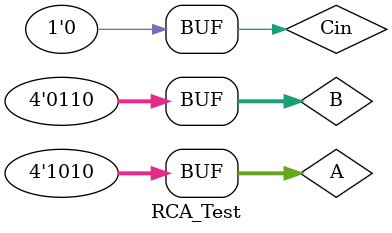
<source format=v>
`timescale 1ns / 1ps


module RCA_Test;

	// Inputs
	reg [0:3] A;
	reg [0:3] B;
	reg Cin;

	// Outputs
	wire [0:3] S;
	wire Cout;

	// Instantiate the Unit Under Test (UUT)
	RCA uut (
		.A(A), 
		.B(B), 
		.S(S), 
		.Cin(Cin), 
		.Cout(Cout)
	);

	initial begin
		// Initialize Inputs
		A = 1;
		B = 1;
		Cin = 1;

		// Wait 100 ns for global reset to finish
		#100;
		A = 2;
		B = 3;
		Cin = 1;

		// Wait 100 ns for global reset to finish
		#100;
		A = 3;
		B = 4;
		Cin = 1;

		// Wait 100 ns for global reset to finish
		#100;
		A = 10;
		B = 6;
		Cin = 0;

		// Wait 100 ns for global reset to finish
		#100;
        
		// Add stimulus here

	end
      
endmodule


</source>
